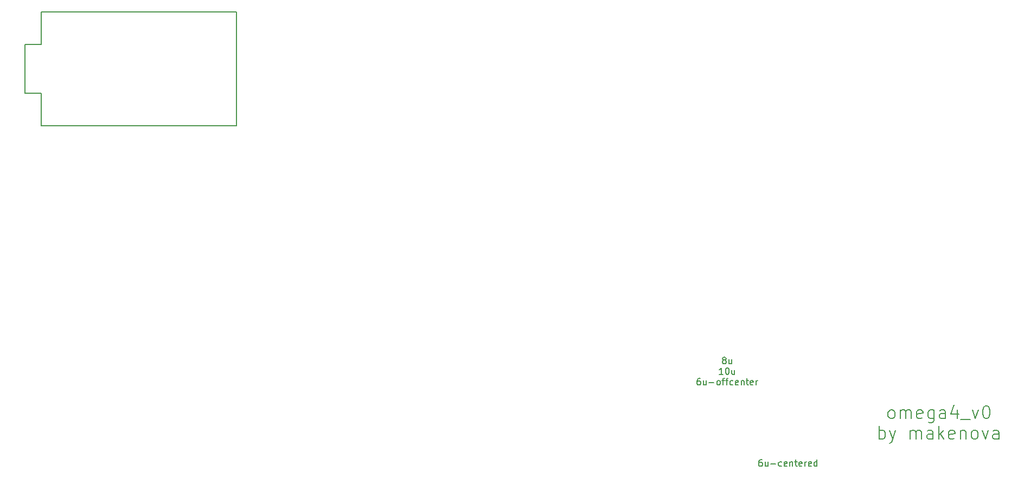
<source format=gbr>
G04 #@! TF.GenerationSoftware,KiCad,Pcbnew,(5.1.4-0-10_14)*
G04 #@! TF.CreationDate,2020-08-16T02:40:48-05:00*
G04 #@! TF.ProjectId,omega_4_solder,6f6d6567-615f-4345-9f73-6f6c6465722e,rev?*
G04 #@! TF.SameCoordinates,Original*
G04 #@! TF.FileFunction,Legend,Top*
G04 #@! TF.FilePolarity,Positive*
%FSLAX46Y46*%
G04 Gerber Fmt 4.6, Leading zero omitted, Abs format (unit mm)*
G04 Created by KiCad (PCBNEW (5.1.4-0-10_14)) date 2020-08-16 02:40:48*
%MOMM*%
%LPD*%
G04 APERTURE LIST*
%ADD10C,0.150000*%
%ADD11C,0.200000*%
G04 APERTURE END LIST*
D10*
X163629761Y-126627380D02*
X163439285Y-126627380D01*
X163344047Y-126675000D01*
X163296428Y-126722619D01*
X163201190Y-126865476D01*
X163153571Y-127055952D01*
X163153571Y-127436904D01*
X163201190Y-127532142D01*
X163248809Y-127579761D01*
X163344047Y-127627380D01*
X163534523Y-127627380D01*
X163629761Y-127579761D01*
X163677380Y-127532142D01*
X163725000Y-127436904D01*
X163725000Y-127198809D01*
X163677380Y-127103571D01*
X163629761Y-127055952D01*
X163534523Y-127008333D01*
X163344047Y-127008333D01*
X163248809Y-127055952D01*
X163201190Y-127103571D01*
X163153571Y-127198809D01*
X164582142Y-126960714D02*
X164582142Y-127627380D01*
X164153571Y-126960714D02*
X164153571Y-127484523D01*
X164201190Y-127579761D01*
X164296428Y-127627380D01*
X164439285Y-127627380D01*
X164534523Y-127579761D01*
X164582142Y-127532142D01*
X165058333Y-127246428D02*
X165820238Y-127246428D01*
X166725000Y-127579761D02*
X166629761Y-127627380D01*
X166439285Y-127627380D01*
X166344047Y-127579761D01*
X166296428Y-127532142D01*
X166248809Y-127436904D01*
X166248809Y-127151190D01*
X166296428Y-127055952D01*
X166344047Y-127008333D01*
X166439285Y-126960714D01*
X166629761Y-126960714D01*
X166725000Y-127008333D01*
X167534523Y-127579761D02*
X167439285Y-127627380D01*
X167248809Y-127627380D01*
X167153571Y-127579761D01*
X167105952Y-127484523D01*
X167105952Y-127103571D01*
X167153571Y-127008333D01*
X167248809Y-126960714D01*
X167439285Y-126960714D01*
X167534523Y-127008333D01*
X167582142Y-127103571D01*
X167582142Y-127198809D01*
X167105952Y-127294047D01*
X168010714Y-126960714D02*
X168010714Y-127627380D01*
X168010714Y-127055952D02*
X168058333Y-127008333D01*
X168153571Y-126960714D01*
X168296428Y-126960714D01*
X168391666Y-127008333D01*
X168439285Y-127103571D01*
X168439285Y-127627380D01*
X168772619Y-126960714D02*
X169153571Y-126960714D01*
X168915476Y-126627380D02*
X168915476Y-127484523D01*
X168963095Y-127579761D01*
X169058333Y-127627380D01*
X169153571Y-127627380D01*
X169867857Y-127579761D02*
X169772619Y-127627380D01*
X169582142Y-127627380D01*
X169486904Y-127579761D01*
X169439285Y-127484523D01*
X169439285Y-127103571D01*
X169486904Y-127008333D01*
X169582142Y-126960714D01*
X169772619Y-126960714D01*
X169867857Y-127008333D01*
X169915476Y-127103571D01*
X169915476Y-127198809D01*
X169439285Y-127294047D01*
X170344047Y-127627380D02*
X170344047Y-126960714D01*
X170344047Y-127151190D02*
X170391666Y-127055952D01*
X170439285Y-127008333D01*
X170534523Y-126960714D01*
X170629761Y-126960714D01*
X171344047Y-127579761D02*
X171248809Y-127627380D01*
X171058333Y-127627380D01*
X170963095Y-127579761D01*
X170915476Y-127484523D01*
X170915476Y-127103571D01*
X170963095Y-127008333D01*
X171058333Y-126960714D01*
X171248809Y-126960714D01*
X171344047Y-127008333D01*
X171391666Y-127103571D01*
X171391666Y-127198809D01*
X170915476Y-127294047D01*
X172248809Y-127627380D02*
X172248809Y-126627380D01*
X172248809Y-127579761D02*
X172153571Y-127627380D01*
X171963095Y-127627380D01*
X171867857Y-127579761D01*
X171820238Y-127532142D01*
X171772619Y-127436904D01*
X171772619Y-127151190D01*
X171820238Y-127055952D01*
X171867857Y-127008333D01*
X171963095Y-126960714D01*
X172153571Y-126960714D01*
X172248809Y-127008333D01*
X157677380Y-111055952D02*
X157582142Y-111008333D01*
X157534523Y-110960714D01*
X157486904Y-110865476D01*
X157486904Y-110817857D01*
X157534523Y-110722619D01*
X157582142Y-110675000D01*
X157677380Y-110627380D01*
X157867857Y-110627380D01*
X157963095Y-110675000D01*
X158010714Y-110722619D01*
X158058333Y-110817857D01*
X158058333Y-110865476D01*
X158010714Y-110960714D01*
X157963095Y-111008333D01*
X157867857Y-111055952D01*
X157677380Y-111055952D01*
X157582142Y-111103571D01*
X157534523Y-111151190D01*
X157486904Y-111246428D01*
X157486904Y-111436904D01*
X157534523Y-111532142D01*
X157582142Y-111579761D01*
X157677380Y-111627380D01*
X157867857Y-111627380D01*
X157963095Y-111579761D01*
X158010714Y-111532142D01*
X158058333Y-111436904D01*
X158058333Y-111246428D01*
X158010714Y-111151190D01*
X157963095Y-111103571D01*
X157867857Y-111055952D01*
X158915476Y-110960714D02*
X158915476Y-111627380D01*
X158486904Y-110960714D02*
X158486904Y-111484523D01*
X158534523Y-111579761D01*
X158629761Y-111627380D01*
X158772619Y-111627380D01*
X158867857Y-111579761D01*
X158915476Y-111532142D01*
X157582142Y-113277380D02*
X157010714Y-113277380D01*
X157296428Y-113277380D02*
X157296428Y-112277380D01*
X157201190Y-112420238D01*
X157105952Y-112515476D01*
X157010714Y-112563095D01*
X158201190Y-112277380D02*
X158296428Y-112277380D01*
X158391666Y-112325000D01*
X158439285Y-112372619D01*
X158486904Y-112467857D01*
X158534523Y-112658333D01*
X158534523Y-112896428D01*
X158486904Y-113086904D01*
X158439285Y-113182142D01*
X158391666Y-113229761D01*
X158296428Y-113277380D01*
X158201190Y-113277380D01*
X158105952Y-113229761D01*
X158058333Y-113182142D01*
X158010714Y-113086904D01*
X157963095Y-112896428D01*
X157963095Y-112658333D01*
X158010714Y-112467857D01*
X158058333Y-112372619D01*
X158105952Y-112325000D01*
X158201190Y-112277380D01*
X159391666Y-112610714D02*
X159391666Y-113277380D01*
X158963095Y-112610714D02*
X158963095Y-113134523D01*
X159010714Y-113229761D01*
X159105952Y-113277380D01*
X159248809Y-113277380D01*
X159344047Y-113229761D01*
X159391666Y-113182142D01*
X153986904Y-113927380D02*
X153796428Y-113927380D01*
X153701190Y-113975000D01*
X153653571Y-114022619D01*
X153558333Y-114165476D01*
X153510714Y-114355952D01*
X153510714Y-114736904D01*
X153558333Y-114832142D01*
X153605952Y-114879761D01*
X153701190Y-114927380D01*
X153891666Y-114927380D01*
X153986904Y-114879761D01*
X154034523Y-114832142D01*
X154082142Y-114736904D01*
X154082142Y-114498809D01*
X154034523Y-114403571D01*
X153986904Y-114355952D01*
X153891666Y-114308333D01*
X153701190Y-114308333D01*
X153605952Y-114355952D01*
X153558333Y-114403571D01*
X153510714Y-114498809D01*
X154939285Y-114260714D02*
X154939285Y-114927380D01*
X154510714Y-114260714D02*
X154510714Y-114784523D01*
X154558333Y-114879761D01*
X154653571Y-114927380D01*
X154796428Y-114927380D01*
X154891666Y-114879761D01*
X154939285Y-114832142D01*
X155415476Y-114546428D02*
X156177380Y-114546428D01*
X156796428Y-114927380D02*
X156701190Y-114879761D01*
X156653571Y-114832142D01*
X156605952Y-114736904D01*
X156605952Y-114451190D01*
X156653571Y-114355952D01*
X156701190Y-114308333D01*
X156796428Y-114260714D01*
X156939285Y-114260714D01*
X157034523Y-114308333D01*
X157082142Y-114355952D01*
X157129761Y-114451190D01*
X157129761Y-114736904D01*
X157082142Y-114832142D01*
X157034523Y-114879761D01*
X156939285Y-114927380D01*
X156796428Y-114927380D01*
X157415476Y-114260714D02*
X157796428Y-114260714D01*
X157558333Y-114927380D02*
X157558333Y-114070238D01*
X157605952Y-113975000D01*
X157701190Y-113927380D01*
X157796428Y-113927380D01*
X157986904Y-114260714D02*
X158367857Y-114260714D01*
X158129761Y-114927380D02*
X158129761Y-114070238D01*
X158177380Y-113975000D01*
X158272619Y-113927380D01*
X158367857Y-113927380D01*
X159129761Y-114879761D02*
X159034523Y-114927380D01*
X158844047Y-114927380D01*
X158748809Y-114879761D01*
X158701190Y-114832142D01*
X158653571Y-114736904D01*
X158653571Y-114451190D01*
X158701190Y-114355952D01*
X158748809Y-114308333D01*
X158844047Y-114260714D01*
X159034523Y-114260714D01*
X159129761Y-114308333D01*
X159939285Y-114879761D02*
X159844047Y-114927380D01*
X159653571Y-114927380D01*
X159558333Y-114879761D01*
X159510714Y-114784523D01*
X159510714Y-114403571D01*
X159558333Y-114308333D01*
X159653571Y-114260714D01*
X159844047Y-114260714D01*
X159939285Y-114308333D01*
X159986904Y-114403571D01*
X159986904Y-114498809D01*
X159510714Y-114594047D01*
X160415476Y-114260714D02*
X160415476Y-114927380D01*
X160415476Y-114355952D02*
X160463095Y-114308333D01*
X160558333Y-114260714D01*
X160701190Y-114260714D01*
X160796428Y-114308333D01*
X160844047Y-114403571D01*
X160844047Y-114927380D01*
X161177380Y-114260714D02*
X161558333Y-114260714D01*
X161320238Y-113927380D02*
X161320238Y-114784523D01*
X161367857Y-114879761D01*
X161463095Y-114927380D01*
X161558333Y-114927380D01*
X162272619Y-114879761D02*
X162177380Y-114927380D01*
X161986904Y-114927380D01*
X161891666Y-114879761D01*
X161844047Y-114784523D01*
X161844047Y-114403571D01*
X161891666Y-114308333D01*
X161986904Y-114260714D01*
X162177380Y-114260714D01*
X162272619Y-114308333D01*
X162320238Y-114403571D01*
X162320238Y-114498809D01*
X161844047Y-114594047D01*
X162748809Y-114927380D02*
X162748809Y-114260714D01*
X162748809Y-114451190D02*
X162796428Y-114355952D01*
X162844047Y-114308333D01*
X162939285Y-114260714D01*
X163034523Y-114260714D01*
D11*
X183728571Y-120179761D02*
X183538095Y-120084523D01*
X183442857Y-119989285D01*
X183347619Y-119798809D01*
X183347619Y-119227380D01*
X183442857Y-119036904D01*
X183538095Y-118941666D01*
X183728571Y-118846428D01*
X184014285Y-118846428D01*
X184204761Y-118941666D01*
X184300000Y-119036904D01*
X184395238Y-119227380D01*
X184395238Y-119798809D01*
X184300000Y-119989285D01*
X184204761Y-120084523D01*
X184014285Y-120179761D01*
X183728571Y-120179761D01*
X185252380Y-120179761D02*
X185252380Y-118846428D01*
X185252380Y-119036904D02*
X185347619Y-118941666D01*
X185538095Y-118846428D01*
X185823809Y-118846428D01*
X186014285Y-118941666D01*
X186109523Y-119132142D01*
X186109523Y-120179761D01*
X186109523Y-119132142D02*
X186204761Y-118941666D01*
X186395238Y-118846428D01*
X186680952Y-118846428D01*
X186871428Y-118941666D01*
X186966666Y-119132142D01*
X186966666Y-120179761D01*
X188680952Y-120084523D02*
X188490476Y-120179761D01*
X188109523Y-120179761D01*
X187919047Y-120084523D01*
X187823809Y-119894047D01*
X187823809Y-119132142D01*
X187919047Y-118941666D01*
X188109523Y-118846428D01*
X188490476Y-118846428D01*
X188680952Y-118941666D01*
X188776190Y-119132142D01*
X188776190Y-119322619D01*
X187823809Y-119513095D01*
X190490476Y-118846428D02*
X190490476Y-120465476D01*
X190395238Y-120655952D01*
X190300000Y-120751190D01*
X190109523Y-120846428D01*
X189823809Y-120846428D01*
X189633333Y-120751190D01*
X190490476Y-120084523D02*
X190300000Y-120179761D01*
X189919047Y-120179761D01*
X189728571Y-120084523D01*
X189633333Y-119989285D01*
X189538095Y-119798809D01*
X189538095Y-119227380D01*
X189633333Y-119036904D01*
X189728571Y-118941666D01*
X189919047Y-118846428D01*
X190300000Y-118846428D01*
X190490476Y-118941666D01*
X192300000Y-120179761D02*
X192300000Y-119132142D01*
X192204761Y-118941666D01*
X192014285Y-118846428D01*
X191633333Y-118846428D01*
X191442857Y-118941666D01*
X192300000Y-120084523D02*
X192109523Y-120179761D01*
X191633333Y-120179761D01*
X191442857Y-120084523D01*
X191347619Y-119894047D01*
X191347619Y-119703571D01*
X191442857Y-119513095D01*
X191633333Y-119417857D01*
X192109523Y-119417857D01*
X192300000Y-119322619D01*
X194109523Y-118846428D02*
X194109523Y-120179761D01*
X193633333Y-118084523D02*
X193157142Y-119513095D01*
X194395238Y-119513095D01*
X194680952Y-120370238D02*
X196204761Y-120370238D01*
X196490476Y-118846428D02*
X196966666Y-120179761D01*
X197442857Y-118846428D01*
X198585714Y-118179761D02*
X198776190Y-118179761D01*
X198966666Y-118275000D01*
X199061904Y-118370238D01*
X199157142Y-118560714D01*
X199252380Y-118941666D01*
X199252380Y-119417857D01*
X199157142Y-119798809D01*
X199061904Y-119989285D01*
X198966666Y-120084523D01*
X198776190Y-120179761D01*
X198585714Y-120179761D01*
X198395238Y-120084523D01*
X198300000Y-119989285D01*
X198204761Y-119798809D01*
X198109523Y-119417857D01*
X198109523Y-118941666D01*
X198204761Y-118560714D01*
X198300000Y-118370238D01*
X198395238Y-118275000D01*
X198585714Y-118179761D01*
X181966666Y-123379761D02*
X181966666Y-121379761D01*
X181966666Y-122141666D02*
X182157142Y-122046428D01*
X182538095Y-122046428D01*
X182728571Y-122141666D01*
X182823809Y-122236904D01*
X182919047Y-122427380D01*
X182919047Y-122998809D01*
X182823809Y-123189285D01*
X182728571Y-123284523D01*
X182538095Y-123379761D01*
X182157142Y-123379761D01*
X181966666Y-123284523D01*
X183585714Y-122046428D02*
X184061904Y-123379761D01*
X184538095Y-122046428D02*
X184061904Y-123379761D01*
X183871428Y-123855952D01*
X183776190Y-123951190D01*
X183585714Y-124046428D01*
X186823809Y-123379761D02*
X186823809Y-122046428D01*
X186823809Y-122236904D02*
X186919047Y-122141666D01*
X187109523Y-122046428D01*
X187395238Y-122046428D01*
X187585714Y-122141666D01*
X187680952Y-122332142D01*
X187680952Y-123379761D01*
X187680952Y-122332142D02*
X187776190Y-122141666D01*
X187966666Y-122046428D01*
X188252380Y-122046428D01*
X188442857Y-122141666D01*
X188538095Y-122332142D01*
X188538095Y-123379761D01*
X190347619Y-123379761D02*
X190347619Y-122332142D01*
X190252380Y-122141666D01*
X190061904Y-122046428D01*
X189680952Y-122046428D01*
X189490476Y-122141666D01*
X190347619Y-123284523D02*
X190157142Y-123379761D01*
X189680952Y-123379761D01*
X189490476Y-123284523D01*
X189395238Y-123094047D01*
X189395238Y-122903571D01*
X189490476Y-122713095D01*
X189680952Y-122617857D01*
X190157142Y-122617857D01*
X190347619Y-122522619D01*
X191300000Y-123379761D02*
X191300000Y-121379761D01*
X191490476Y-122617857D02*
X192061904Y-123379761D01*
X192061904Y-122046428D02*
X191300000Y-122808333D01*
X193680952Y-123284523D02*
X193490476Y-123379761D01*
X193109523Y-123379761D01*
X192919047Y-123284523D01*
X192823809Y-123094047D01*
X192823809Y-122332142D01*
X192919047Y-122141666D01*
X193109523Y-122046428D01*
X193490476Y-122046428D01*
X193680952Y-122141666D01*
X193776190Y-122332142D01*
X193776190Y-122522619D01*
X192823809Y-122713095D01*
X194633333Y-122046428D02*
X194633333Y-123379761D01*
X194633333Y-122236904D02*
X194728571Y-122141666D01*
X194919047Y-122046428D01*
X195204761Y-122046428D01*
X195395238Y-122141666D01*
X195490476Y-122332142D01*
X195490476Y-123379761D01*
X196728571Y-123379761D02*
X196538095Y-123284523D01*
X196442857Y-123189285D01*
X196347619Y-122998809D01*
X196347619Y-122427380D01*
X196442857Y-122236904D01*
X196538095Y-122141666D01*
X196728571Y-122046428D01*
X197014285Y-122046428D01*
X197204761Y-122141666D01*
X197300000Y-122236904D01*
X197395238Y-122427380D01*
X197395238Y-122998809D01*
X197300000Y-123189285D01*
X197204761Y-123284523D01*
X197014285Y-123379761D01*
X196728571Y-123379761D01*
X198061904Y-122046428D02*
X198538095Y-123379761D01*
X199014285Y-122046428D01*
X200633333Y-123379761D02*
X200633333Y-122332142D01*
X200538095Y-122141666D01*
X200347619Y-122046428D01*
X199966666Y-122046428D01*
X199776190Y-122141666D01*
X200633333Y-123284523D02*
X200442857Y-123379761D01*
X199966666Y-123379761D01*
X199776190Y-123284523D01*
X199680952Y-123094047D01*
X199680952Y-122903571D01*
X199776190Y-122713095D01*
X199966666Y-122617857D01*
X200442857Y-122617857D01*
X200633333Y-122522619D01*
D10*
X81615000Y-56660000D02*
X81615000Y-74440000D01*
X51135000Y-56660000D02*
X81615000Y-56660000D01*
X51135000Y-61740000D02*
X51135000Y-56660000D01*
X48595000Y-61740000D02*
X51135000Y-61740000D01*
X48595000Y-69360000D02*
X48595000Y-61740000D01*
X51135000Y-69360000D02*
X48595000Y-69360000D01*
X51135000Y-74440000D02*
X51135000Y-69360000D01*
X51135000Y-74440000D02*
X81615000Y-74440000D01*
M02*

</source>
